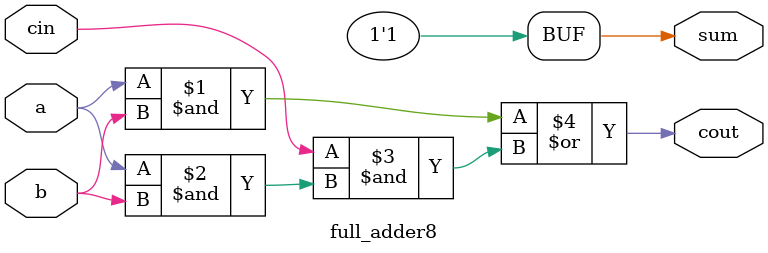
<source format=v>
module full_adder8(a,b,cin,sum,cout);
input a,b,cin;
output sum,cout;
assign sum = 1'b1;
assign cout = a&b|cin&(a&b); 
// initial begin
//     $display("The incorrect adder with xor1 having out/1");
// end   
endmodule
</source>
